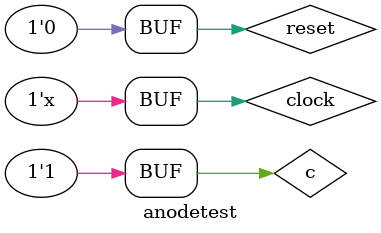
<source format=v>
`timescale 1ns / 1ps

module anodetest;

	// Inputs
	reg c;
	reg clock;
	reg reset;

	// Outputs
	wire output1;
	wire output2;
	wire a;
	wire q;

	// Instantiate the Unit Under Test (UUT)
	anode uut (
		.c(c), 
		.clock(clock), 
		.reset(reset), 
		.output1(output1), 
		.output2(output2), 
		.a(a), 
		.q(q)
	);

	initial begin
		// Initialize Inputs
		c = 1;
		clock = 0;
		reset = 1;

		#100;
		reset = 0;
	end
		
	always begin
		#10
		clock = ~clock;
	end 
endmodule

</source>
